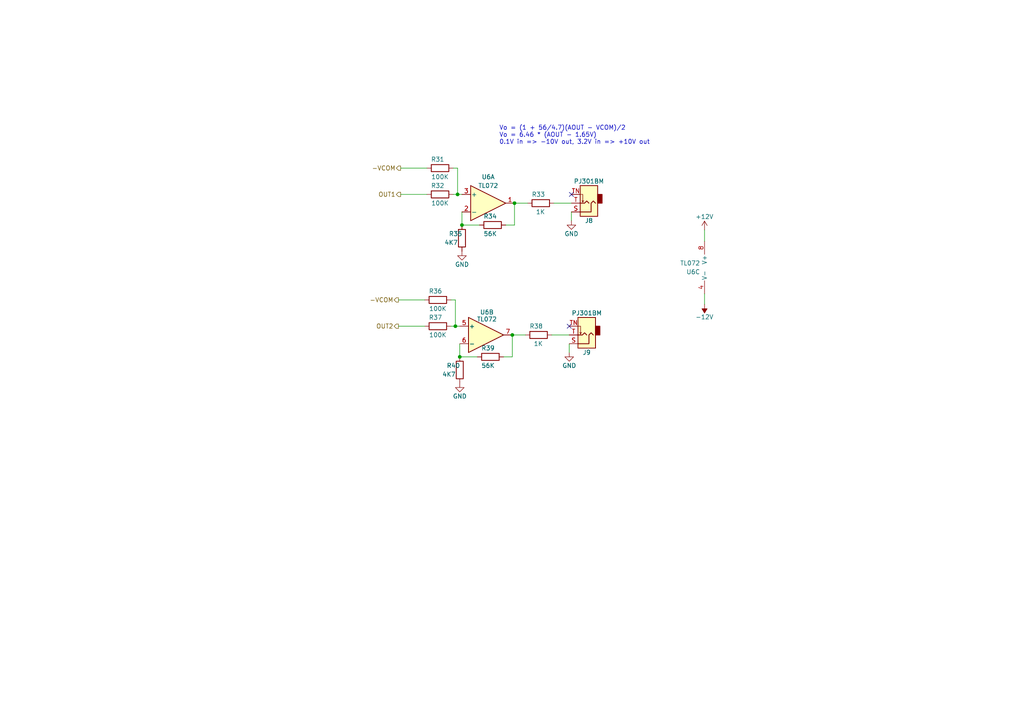
<source format=kicad_sch>
(kicad_sch (version 20211123) (generator eeschema)
  (paper "A4")
  (lib_symbols
    (symbol "Amplifier_Operational:TL072" (pin_names (offset 0.127))
      (property "Reference" "U" (at 0 5.08 0))
      (property "Value" "TL072" (at 0 -5.08 0))
      (symbol "TL072_1_1"
        (polyline (pts (xy -5.08 5.08) (xy 5.08 0) (xy -5.08 -5.08) (xy -5.08 5.08)) (stroke (width 0.254)) (fill (type background)))
        (pin output line (at 7.62 0 180) (length 2.54) (name "~") (number "1"))
        (pin input line (at -7.62 -2.54 0) (length 2.54) (name "-") (number "2"))
        (pin input line (at -7.62 2.54 0) (length 2.54) (name "+") (number "3"))
      )
      (symbol "TL072_2_1"
        (polyline (pts (xy -5.08 5.08) (xy 5.08 0) (xy -5.08 -5.08) (xy -5.08 5.08)) (stroke (width 0.254)) (fill (type background)))
        (pin input line (at -7.62 2.54 0) (length 2.54) (name "+") (number "5"))
        (pin input line (at -7.62 -2.54 0) (length 2.54) (name "-") (number "6"))
        (pin output line (at 7.62 0 180) (length 2.54) (name "~") (number "7"))
      )
      (symbol "TL072_3_1"
        (pin power_in line (at -2.54 -7.62 90) (length 3.81) (name "V-") (number "4"))
        (pin power_in line (at -2.54 7.62 270) (length 3.81) (name "V+") (number "8"))
      )
    )
    (symbol "Connector:AudioJack2_SwitchT"
      (property "Reference" "J" (at 0 8.89 0))
      (property "Value" "AudioJack2_SwitchT" (at 0 6.35 0))
      (symbol "AudioJack2_SwitchT_0_1"
        (rectangle (start -2.54 0) (end -3.81 -2.54) (stroke (width 0.254)) (fill (type outline)))
        (polyline (pts (xy 1.778 -0.254) (xy 2.032 -0.762)))
        (polyline (pts (xy 0 0) (xy 0.635 -0.635) (xy 1.27 0) (xy 2.54 0)) (stroke (width 0.254)))
        (polyline (pts (xy 2.54 -2.54) (xy 1.778 -2.54) (xy 1.778 -0.254) (xy 1.524 -0.762)))
        (polyline (pts (xy 2.54 2.54) (xy -0.635 2.54) (xy -0.635 0) (xy -1.27 -0.635) (xy -1.905 0)) (stroke (width 0.254)))
        (rectangle (start 2.54 3.81) (end -2.54 -5.08) (stroke (width 0.254)) (fill (type background)))
      )
      (symbol "AudioJack2_SwitchT_1_1"
        (pin passive line (at 5.08 2.54 180) (length 2.54) (name "~") (number "S"))
        (pin passive line (at 5.08 0 180) (length 2.54) (name "~") (number "T"))
        (pin passive line (at 5.08 -2.54 180) (length 2.54) (name "~") (number "TN"))
      )
    )
    (symbol "Device:R" (pin_numbers hide) (pin_names (offset 0))
      (property "Reference" "R" (at 2.032 0 90))
      (property "Value" "R" (at 0 0 90))
      (symbol "R_0_1"
        (rectangle (start -1.016 -2.54) (end 1.016 2.54) (stroke (width 0.254)))
      )
      (symbol "R_1_1"
        (pin passive line (at 0 3.81 270) (length 1.27) (name "~") (number "1"))
        (pin passive line (at 0 -3.81 90) (length 1.27) (name "~") (number "2"))
      )
    )
    (symbol "power:+12V" (power) (pin_names (offset 0))
      (property "Value" "+12V" (at 0 3.556 0))
      (symbol "+12V_0_1"
        (polyline (pts (xy -0.762 1.27) (xy 0 2.54)))
        (polyline (pts (xy 0 0) (xy 0 2.54)))
        (polyline (pts (xy 0 2.54) (xy 0.762 1.27)))
      )
      (symbol "+12V_1_1"
        (pin power_in line (at 0 0 90) (length 0) hide (name "+12V") (number "1"))
      )
    )
    (symbol "power:-12V" (power) (pin_names (offset 0))
      (property "Value" "-12V" (at 0 3.81 0))
      (symbol "-12V_0_0"
        (pin power_in line (at 0 0 90) (length 0) hide (name "-12V") (number "1"))
      )
      (symbol "-12V_0_1"
        (polyline (pts (xy 0 0) (xy 0 1.27) (xy 0.762 1.27) (xy 0 2.54) (xy -0.762 1.27) (xy 0 1.27)) (fill (type outline)))
      )
    )
    (symbol "power:GND" (power) (pin_names (offset 0))
      (property "Value" "GND" (at 0 -3.81 0))
      (symbol "GND_0_1"
        (polyline (pts (xy 0 0) (xy 0 -1.27) (xy 1.27 -1.27) (xy 0 -2.54) (xy -1.27 -1.27) (xy 0 -1.27)))
      )
      (symbol "GND_1_1"
        (pin power_in line (at 0 0 270) (length 0) hide (name "GND") (number "1"))
      )
    )
  )
  (junction (at 149.225 58.928))
  (junction (at 133.35 103.505))
  (junction (at 132.715 56.388))
  (junction (at 133.985 65.278))
  (junction (at 148.59 97.155))
  (junction (at 132.08 94.615))
  (no_connect (at 165.735 56.388))
  (no_connect (at 165.1 94.615))
  (wire (pts (xy 116.205 48.768) (xy 123.825 48.768)))
  (wire (pts (xy 115.57 94.615) (xy 123.19 94.615)))
  (wire (pts (xy 115.57 86.995) (xy 123.19 86.995)))
  (wire (pts (xy 204.343 66.675) (xy 204.343 69.977)))
  (wire (pts (xy 131.445 48.768) (xy 132.715 48.768)))
  (wire (pts (xy 165.735 61.468) (xy 165.735 64.008)))
  (wire (pts (xy 148.59 97.155) (xy 152.4 97.155)))
  (wire (pts (xy 116.205 56.388) (xy 123.825 56.388)))
  (wire (pts (xy 204.343 85.217) (xy 204.343 88.265)))
  (wire (pts (xy 146.685 65.278) (xy 149.225 65.278)))
  (wire (pts (xy 133.35 103.505) (xy 133.35 99.695)))
  (wire (pts (xy 132.08 86.995) (xy 132.08 94.615)))
  (wire (pts (xy 160.02 97.155) (xy 165.1 97.155)))
  (wire (pts (xy 149.225 58.928) (xy 153.035 58.928)))
  (wire (pts (xy 132.715 56.388) (xy 133.985 56.388)))
  (wire (pts (xy 139.065 65.278) (xy 133.985 65.278)))
  (wire (pts (xy 149.225 65.278) (xy 149.225 58.928)))
  (wire (pts (xy 130.81 86.995) (xy 132.08 86.995)))
  (wire (pts (xy 132.715 48.768) (xy 132.715 56.388)))
  (wire (pts (xy 146.05 103.505) (xy 148.59 103.505)))
  (wire (pts (xy 130.81 94.615) (xy 132.08 94.615)))
  (wire (pts (xy 138.43 103.505) (xy 133.35 103.505)))
  (wire (pts (xy 165.1 99.695) (xy 165.1 102.235)))
  (wire (pts (xy 160.655 58.928) (xy 165.735 58.928)))
  (wire (pts (xy 132.08 94.615) (xy 133.35 94.615)))
  (wire (pts (xy 133.985 65.278) (xy 133.985 61.468)))
  (wire (pts (xy 131.445 56.388) (xy 132.715 56.388)))
  (wire (pts (xy 148.59 103.505) (xy 148.59 97.155)))
  (text "Vo = (1 + 56/4.7)(AOUT - VCOM)/2\nVo = 6.46 * (AOUT - 1.65V)\n0.1V in => -10V out, 3.2V in => +10V out" (at 144.78 42.037 0) (effects (font (size 1.27 1.27)) (justify left bottom)))
  (hierarchical_label "OUT2" (shape output) (at 115.57 94.615 180))
  (hierarchical_label "-VCOM" (shape output) (at 115.57 86.995 180))
  (hierarchical_label "OUT1" (shape output) (at 116.205 56.388 180))
  (hierarchical_label "-VCOM" (shape output) (at 116.205 48.768 180))
  (symbol (lib_id "Amplifier_Operational:TL072") (at 141.605 58.928 0) (unit 1)
    (property "Reference" "U6" (at 141.605 51.308 0))
    (property "Value" "TL072" (at 141.605 53.848 0))
    (property "Footprint" "Package_SO:SOIC-8_3.9x4.9mm_P1.27mm" (effects hide))
    (property "Datasheet" "http://www.ti.com/lit/ds/symlink/tl071.pdf" (effects hide))
  )
  (symbol (lib_id "Device:R") (at 127 86.995 90) (unit 1)
    (property "Reference" "R36" (at 128.27 84.455 90) (effects (justify left)))
    (property "Value" "100K" (at 129.54 89.535 90) (effects (justify left)))
    (property "Footprint" "Resistor_SMD:R_0603_1608Metric" (effects hide))
  )
  (symbol (lib_id "power:+12V") (at 204.343 66.675 0) (unit 1)
    (property "Reference" "#PWR078" (effects hide))
    (property "Value" "+12V" (at 201.676 62.865 0) (effects (justify left)))
  )
  (symbol (lib_id "Connector:AudioJack2_SwitchT") (at 170.815 58.928 180) (unit 1)
    (property "Reference" "J8" (at 170.815 64.008 0))
    (property "Value" "PJ301BM" (at 170.815 52.578 0))
    (property "Footprint" "AudioJacks:Jack_3.5mm_QingPu_WQP-PJ301BM_Vertical" (effects hide))
    (property "Datasheet" "${KIPRJMOD}/../datasheets/pj-301b.pdf" (effects hide))
  )
  (symbol (lib_id "power:GND") (at 165.735 64.008 0) (unit 1)
    (property "Reference" "#PWR077" (effects hide))
    (property "Value" "GND" (at 163.703 67.818 0) (effects (justify left)))
  )
  (symbol (lib_id "Device:R") (at 156.845 58.928 90) (unit 1)
    (property "Reference" "R33" (at 158.115 56.388 90) (effects (justify left)))
    (property "Value" "1K" (at 158.115 61.468 90) (effects (justify left)))
    (property "Footprint" "Resistor_SMD:R_0603_1608Metric" (effects hide))
  )
  (symbol (lib_id "Device:R") (at 127 94.615 90) (unit 1)
    (property "Reference" "R37" (at 128.27 92.075 90) (effects (justify left)))
    (property "Value" "100K" (at 129.54 97.155 90) (effects (justify left)))
    (property "Footprint" "Resistor_SMD:R_0603_1608Metric" (effects hide))
  )
  (symbol (lib_id "Device:R") (at 156.21 97.155 90) (unit 1)
    (property "Reference" "R38" (at 157.48 94.615 90) (effects (justify left)))
    (property "Value" "1K" (at 157.48 99.695 90) (effects (justify left)))
    (property "Footprint" "Resistor_SMD:R_0603_1608Metric" (effects hide))
  )
  (symbol (lib_id "Amplifier_Operational:TL072") (at 140.97 97.155 0) (unit 2)
    (property "Reference" "U6" (at 141.224 90.551 0))
    (property "Value" "TL072" (at 141.224 92.583 0))
    (property "Footprint" "Package_SO:SOIC-8_3.9x4.9mm_P1.27mm" (effects hide))
    (property "Datasheet" "http://www.ti.com/lit/ds/symlink/tl071.pdf" (effects hide))
  )
  (symbol (lib_id "power:-12V") (at 204.343 88.265 180) (unit 1)
    (property "Reference" "#PWR080" (effects hide))
    (property "Value" "-12V" (at 201.676 91.948 0) (effects (justify right)))
  )
  (symbol (lib_id "Device:R") (at 142.875 65.278 90) (unit 1)
    (property "Reference" "R34" (at 144.145 62.738 90) (effects (justify left)))
    (property "Value" "56K" (at 144.145 67.818 90) (effects (justify left)))
    (property "Footprint" "Resistor_SMD:R_0603_1608Metric" (effects hide))
  )
  (symbol (lib_id "Connector:AudioJack2_SwitchT") (at 170.18 97.155 180) (unit 1)
    (property "Reference" "J9" (at 170.18 102.235 0))
    (property "Value" "PJ301BM" (at 170.18 90.805 0))
    (property "Footprint" "AudioJacks:Jack_3.5mm_QingPu_WQP-PJ301BM_Vertical" (effects hide))
    (property "Datasheet" "${KIPRJMOD}/../datasheets/pj-301b.pdf" (effects hide))
  )
  (symbol (lib_id "Device:R") (at 142.24 103.505 90) (unit 1)
    (property "Reference" "R39" (at 143.51 100.965 90) (effects (justify left)))
    (property "Value" "56K" (at 143.51 106.045 90) (effects (justify left)))
    (property "Footprint" "Resistor_SMD:R_0603_1608Metric" (effects hide))
  )
  (symbol (lib_id "Amplifier_Operational:TL072") (at 206.883 77.597 0) (unit 3)
    (property "Reference" "U6" (at 203.073 78.8671 0) (effects (justify right)))
    (property "Value" "TL072" (at 203.073 76.3271 0) (effects (justify right)))
    (property "Footprint" "Package_SO:SOIC-8_3.9x4.9mm_P1.27mm" (effects hide))
    (property "Datasheet" "http://www.ti.com/lit/ds/symlink/tl071.pdf" (effects hide))
  )
  (symbol (lib_id "Device:R") (at 127.635 56.388 90) (unit 1)
    (property "Reference" "R32" (at 128.905 53.848 90) (effects (justify left)))
    (property "Value" "100K" (at 130.175 58.928 90) (effects (justify left)))
    (property "Footprint" "Resistor_SMD:R_0603_1608Metric" (effects hide))
  )
  (symbol (lib_id "Device:R") (at 133.985 69.088 0) (unit 1)
    (property "Reference" "R35" (at 130.175 67.818 0) (effects (justify left)))
    (property "Value" "4K7" (at 128.905 70.358 0) (effects (justify left)))
    (property "Footprint" "Resistor_SMD:R_0603_1608Metric" (effects hide))
  )
  (symbol (lib_id "power:GND") (at 165.1 102.235 0) (unit 1)
    (property "Reference" "#PWR081" (effects hide))
    (property "Value" "GND" (at 163.068 106.045 0) (effects (justify left)))
  )
  (symbol (lib_id "power:GND") (at 133.985 72.898 0) (unit 1)
    (property "Reference" "#PWR079" (effects hide))
    (property "Value" "GND" (at 131.953 76.708 0) (effects (justify left)))
  )
  (symbol (lib_id "Device:R") (at 127.635 48.768 90) (unit 1)
    (property "Reference" "R31" (at 128.905 46.228 90) (effects (justify left)))
    (property "Value" "100K" (at 130.175 51.308 90) (effects (justify left)))
    (property "Footprint" "Resistor_SMD:R_0603_1608Metric" (effects hide))
  )
  (symbol (lib_id "power:GND") (at 133.35 111.125 0) (unit 1)
    (property "Reference" "#PWR082" (effects hide))
    (property "Value" "GND" (at 131.318 114.935 0) (effects (justify left)))
  )
  (symbol (lib_id "Device:R") (at 133.35 107.315 0) (unit 1)
    (property "Reference" "R40" (at 129.54 106.045 0) (effects (justify left)))
    (property "Value" "4K7" (at 128.27 108.585 0) (effects (justify left)))
    (property "Footprint" "Resistor_SMD:R_0603_1608Metric" (effects hide))
  )
)
</source>
